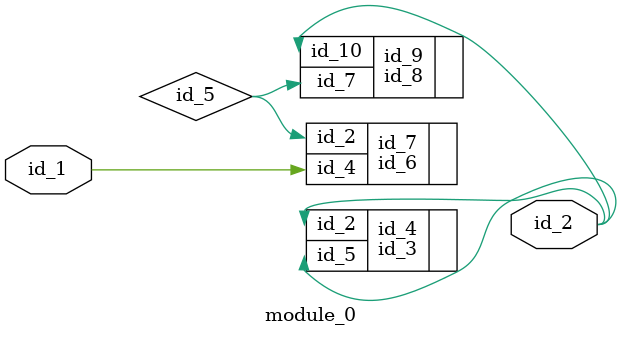
<source format=v>
module module_0 (
    id_1,
    id_2
);
  output id_2;
  input id_1;
  id_3 id_4 (
      .id_2(id_1),
      .id_2(id_2),
      .id_5(id_2)
  );
  id_6 id_7 (
      .id_4(id_1),
      .id_2(id_5)
  );
  id_8 id_9 (
      .id_10(id_7),
      .id_7 (id_5),
      .id_10(id_2)
  );
endmodule

</source>
